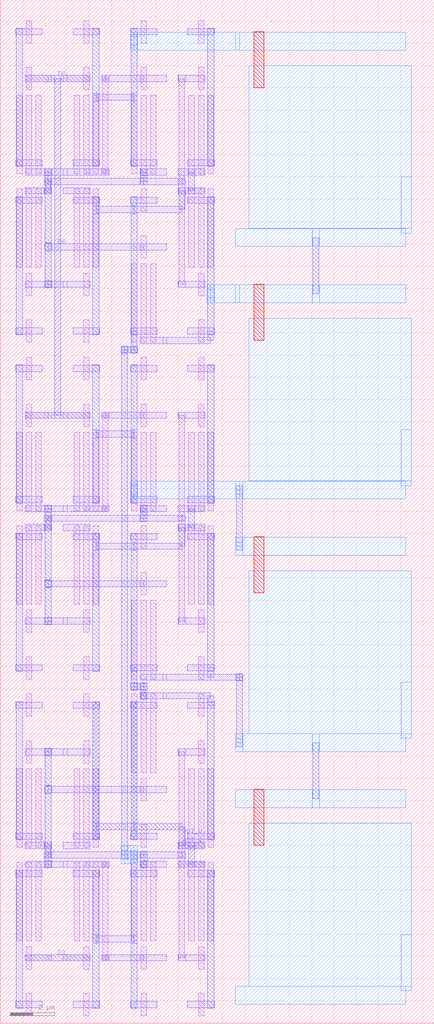
<source format=lef>
MACRO TWO_BIT_RES_DAC
  ORIGIN 0 0 ;
  FOREIGN TWO_BIT_RES_DAC 0 0 ;
  SIZE 19.51 BY 45.95 ;
  PIN D0
    DIRECTION INOUT ;
    USE SIGNAL ;
    PORT 
      LAYER M2 ;
        RECT 1.12 27.16 2.32 27.44 ;
      LAYER M2 ;
        RECT 2.84 27.16 4.04 27.44 ;
      LAYER M2 ;
        RECT 2.15 27.16 3.01 27.44 ;
      LAYER M2 ;
        RECT 1.12 42.28 2.32 42.56 ;
      LAYER M2 ;
        RECT 2.84 42.28 4.04 42.56 ;
      LAYER M2 ;
        RECT 2.15 42.28 3.01 42.56 ;
      LAYER M2 ;
        RECT 2.42 27.16 2.74 27.44 ;
      LAYER M3 ;
        RECT 2.44 27.3 2.72 42.42 ;
      LAYER M2 ;
        RECT 2.42 42.28 2.74 42.56 ;
    END
  END D0
  PIN D1
    DIRECTION INOUT ;
    USE SIGNAL ;
    PORT 
      LAYER M2 ;
        RECT 1.12 2.8 2.32 3.08 ;
      LAYER M2 ;
        RECT 2.84 2.8 4.04 3.08 ;
      LAYER M2 ;
        RECT 2.15 2.8 3.01 3.08 ;
    END
  END D1
  PIN OUT_V
    DIRECTION INOUT ;
    USE SIGNAL ;
    PORT 
      LAYER M3 ;
        RECT 4.16 8.24 4.44 14.44 ;
      LAYER M3 ;
        RECT 5.88 8.24 6.16 14.44 ;
      LAYER M2 ;
        RECT 8 7 9.2 7.28 ;
      LAYER M2 ;
        RECT 8 7.84 9.2 8.12 ;
      LAYER M2 ;
        RECT 8.44 7 8.76 7.28 ;
      LAYER M3 ;
        RECT 8.46 7.14 8.74 7.98 ;
      LAYER M2 ;
        RECT 8.44 7.84 8.76 8.12 ;
      LAYER M3 ;
        RECT 4.16 8.635 4.44 9.005 ;
      LAYER M2 ;
        RECT 4.3 8.68 6.02 8.96 ;
      LAYER M3 ;
        RECT 5.88 8.635 6.16 9.005 ;
      LAYER M2 ;
        RECT 6.02 8.68 8.17 8.96 ;
      LAYER M3 ;
        RECT 8.03 7.98 8.31 8.82 ;
      LAYER M2 ;
        RECT 8.01 7.84 8.33 8.12 ;
    END
  END OUT_V
  OBS 
  LAYER M3 ;
        RECT 4.16 38.48 4.44 44.68 ;
  LAYER M3 ;
        RECT 5.88 38.48 6.16 44.68 ;
  LAYER M3 ;
        RECT 4.16 41.395 4.44 41.765 ;
  LAYER M2 ;
        RECT 4.3 41.44 6.02 41.72 ;
  LAYER M3 ;
        RECT 5.88 41.395 6.16 41.765 ;
  LAYER M4 ;
        RECT 10.585 43.7 18.225 44.5 ;
  LAYER M3 ;
        RECT 5.88 43.915 6.16 44.285 ;
  LAYER M4 ;
        RECT 6.02 43.7 10.75 44.5 ;
  LAYER M3 ;
        RECT 5.88 43.915 6.16 44.285 ;
  LAYER M4 ;
        RECT 5.855 43.7 6.185 44.5 ;
  LAYER M3 ;
        RECT 5.88 43.915 6.16 44.285 ;
  LAYER M4 ;
        RECT 5.855 43.7 6.185 44.5 ;
  LAYER M2 ;
        RECT 6.28 30.52 7.48 30.8 ;
  LAYER M3 ;
        RECT 9.32 30.92 9.6 37.12 ;
  LAYER M2 ;
        RECT 7.31 30.52 9.46 30.8 ;
  LAYER M3 ;
        RECT 9.32 30.66 9.6 31.08 ;
  LAYER M4 ;
        RECT 10.585 32.36 18.225 33.16 ;
  LAYER M4 ;
        RECT 10.585 34.88 18.225 35.68 ;
  LAYER M4 ;
        RECT 14.025 32.36 14.355 33.16 ;
  LAYER M3 ;
        RECT 14.05 32.76 14.33 35.28 ;
  LAYER M4 ;
        RECT 14.025 34.88 14.355 35.68 ;
  LAYER M3 ;
        RECT 9.32 32.575 9.6 32.945 ;
  LAYER M4 ;
        RECT 9.46 32.36 10.75 33.16 ;
  LAYER M3 ;
        RECT 9.32 32.575 9.6 32.945 ;
  LAYER M4 ;
        RECT 9.295 32.36 9.625 33.16 ;
  LAYER M3 ;
        RECT 9.32 32.575 9.6 32.945 ;
  LAYER M4 ;
        RECT 9.295 32.36 9.625 33.16 ;
  LAYER M3 ;
        RECT 4.16 0.68 4.44 6.88 ;
  LAYER M3 ;
        RECT 5.88 0.68 6.16 6.88 ;
  LAYER M3 ;
        RECT 4.16 3.595 4.44 3.965 ;
  LAYER M2 ;
        RECT 4.3 3.64 6.02 3.92 ;
  LAYER M3 ;
        RECT 5.88 3.595 6.16 3.965 ;
  LAYER M3 ;
        RECT 4.16 30.92 4.44 37.12 ;
  LAYER M3 ;
        RECT 5.88 30.92 6.16 37.12 ;
  LAYER M2 ;
        RECT 8 37.24 9.2 37.52 ;
  LAYER M2 ;
        RECT 8 38.08 9.2 38.36 ;
  LAYER M2 ;
        RECT 8.44 37.24 8.76 37.52 ;
  LAYER M3 ;
        RECT 8.46 37.38 8.74 38.22 ;
  LAYER M2 ;
        RECT 8.44 38.08 8.76 38.36 ;
  LAYER M3 ;
        RECT 4.16 36.355 4.44 36.725 ;
  LAYER M2 ;
        RECT 4.3 36.4 6.02 36.68 ;
  LAYER M3 ;
        RECT 5.88 36.355 6.16 36.725 ;
  LAYER M2 ;
        RECT 6.02 36.4 8.17 36.68 ;
  LAYER M3 ;
        RECT 8.03 36.54 8.31 37.38 ;
  LAYER M2 ;
        RECT 8.01 37.24 8.33 37.52 ;
  LAYER M3 ;
        RECT 5.88 6.72 6.16 7.56 ;
  LAYER M4 ;
        RECT 5.59 7.16 6.02 7.96 ;
  LAYER M3 ;
        RECT 5.45 7.56 5.73 30.24 ;
  LAYER M2 ;
        RECT 5.59 30.1 6.02 30.38 ;
  LAYER M3 ;
        RECT 5.88 30.24 6.16 31.08 ;
  LAYER M2 ;
        RECT 5.43 30.1 5.75 30.38 ;
  LAYER M3 ;
        RECT 5.45 30.08 5.73 30.4 ;
  LAYER M2 ;
        RECT 5.86 30.1 6.18 30.38 ;
  LAYER M3 ;
        RECT 5.88 30.08 6.16 30.4 ;
  LAYER M3 ;
        RECT 5.45 7.375 5.73 7.745 ;
  LAYER M4 ;
        RECT 5.425 7.16 5.755 7.96 ;
  LAYER M3 ;
        RECT 5.88 7.375 6.16 7.745 ;
  LAYER M4 ;
        RECT 5.855 7.16 6.185 7.96 ;
  LAYER M2 ;
        RECT 5.43 30.1 5.75 30.38 ;
  LAYER M3 ;
        RECT 5.45 30.08 5.73 30.4 ;
  LAYER M2 ;
        RECT 5.86 30.1 6.18 30.38 ;
  LAYER M3 ;
        RECT 5.88 30.08 6.16 30.4 ;
  LAYER M3 ;
        RECT 5.45 7.375 5.73 7.745 ;
  LAYER M4 ;
        RECT 5.425 7.16 5.755 7.96 ;
  LAYER M3 ;
        RECT 5.88 7.375 6.16 7.745 ;
  LAYER M4 ;
        RECT 5.855 7.16 6.185 7.96 ;
  LAYER M3 ;
        RECT 4.16 23.36 4.44 29.56 ;
  LAYER M3 ;
        RECT 5.88 23.36 6.16 29.56 ;
  LAYER M3 ;
        RECT 4.16 26.275 4.44 26.645 ;
  LAYER M2 ;
        RECT 4.3 26.32 6.02 26.6 ;
  LAYER M3 ;
        RECT 5.88 26.275 6.16 26.645 ;
  LAYER M4 ;
        RECT 10.585 23.54 18.225 24.34 ;
  LAYER M4 ;
        RECT 10.585 21.02 18.225 21.82 ;
  LAYER M3 ;
        RECT 5.88 23.755 6.16 24.125 ;
  LAYER M4 ;
        RECT 6.02 23.54 10.75 24.34 ;
  LAYER M4 ;
        RECT 10.585 23.54 10.915 24.34 ;
  LAYER M3 ;
        RECT 10.61 21.42 10.89 23.94 ;
  LAYER M4 ;
        RECT 10.585 21.02 10.915 21.82 ;
  LAYER M3 ;
        RECT 5.88 23.755 6.16 24.125 ;
  LAYER M4 ;
        RECT 5.855 23.54 6.185 24.34 ;
  LAYER M3 ;
        RECT 5.88 23.755 6.16 24.125 ;
  LAYER M4 ;
        RECT 5.855 23.54 6.185 24.34 ;
  LAYER M3 ;
        RECT 5.88 23.755 6.16 24.125 ;
  LAYER M4 ;
        RECT 5.855 23.54 6.185 24.34 ;
  LAYER M3 ;
        RECT 10.61 21.235 10.89 21.605 ;
  LAYER M4 ;
        RECT 10.585 21.02 10.915 21.82 ;
  LAYER M3 ;
        RECT 10.61 23.755 10.89 24.125 ;
  LAYER M4 ;
        RECT 10.585 23.54 10.915 24.34 ;
  LAYER M3 ;
        RECT 5.88 23.755 6.16 24.125 ;
  LAYER M4 ;
        RECT 5.855 23.54 6.185 24.34 ;
  LAYER M3 ;
        RECT 10.61 21.235 10.89 21.605 ;
  LAYER M4 ;
        RECT 10.585 21.02 10.915 21.82 ;
  LAYER M3 ;
        RECT 10.61 23.755 10.89 24.125 ;
  LAYER M4 ;
        RECT 10.585 23.54 10.915 24.34 ;
  LAYER M2 ;
        RECT 6.28 15.4 7.48 15.68 ;
  LAYER M3 ;
        RECT 9.32 15.8 9.6 22 ;
  LAYER M2 ;
        RECT 7.31 15.4 9.46 15.68 ;
  LAYER M3 ;
        RECT 9.32 15.54 9.6 15.96 ;
  LAYER M4 ;
        RECT 10.585 9.68 18.225 10.48 ;
  LAYER M4 ;
        RECT 10.585 12.2 18.225 13 ;
  LAYER M4 ;
        RECT 14.025 9.68 14.355 10.48 ;
  LAYER M3 ;
        RECT 14.05 10.08 14.33 12.6 ;
  LAYER M4 ;
        RECT 14.025 12.2 14.355 13 ;
  LAYER M2 ;
        RECT 9.46 15.4 10.75 15.68 ;
  LAYER M3 ;
        RECT 10.61 12.6 10.89 15.54 ;
  LAYER M4 ;
        RECT 10.585 12.2 10.915 13 ;
  LAYER M2 ;
        RECT 10.59 15.4 10.91 15.68 ;
  LAYER M3 ;
        RECT 10.61 15.38 10.89 15.7 ;
  LAYER M3 ;
        RECT 10.61 12.415 10.89 12.785 ;
  LAYER M4 ;
        RECT 10.585 12.2 10.915 13 ;
  LAYER M2 ;
        RECT 10.59 15.4 10.91 15.68 ;
  LAYER M3 ;
        RECT 10.61 15.38 10.89 15.7 ;
  LAYER M3 ;
        RECT 10.61 12.415 10.89 12.785 ;
  LAYER M4 ;
        RECT 10.585 12.2 10.915 13 ;
  LAYER M3 ;
        RECT 9.32 8.24 9.6 14.44 ;
  LAYER M2 ;
        RECT 6.28 14.56 7.48 14.84 ;
  LAYER M3 ;
        RECT 9.32 14.28 9.6 14.7 ;
  LAYER M2 ;
        RECT 7.31 14.56 9.46 14.84 ;
  LAYER M3 ;
        RECT 4.16 15.8 4.44 22 ;
  LAYER M3 ;
        RECT 5.88 15.8 6.16 22 ;
  LAYER M2 ;
        RECT 8 22.12 9.2 22.4 ;
  LAYER M2 ;
        RECT 8 22.96 9.2 23.24 ;
  LAYER M2 ;
        RECT 8.44 22.12 8.76 22.4 ;
  LAYER M3 ;
        RECT 8.46 22.26 8.74 23.1 ;
  LAYER M2 ;
        RECT 8.44 22.96 8.76 23.24 ;
  LAYER M3 ;
        RECT 4.16 21.235 4.44 21.605 ;
  LAYER M2 ;
        RECT 4.3 21.28 6.02 21.56 ;
  LAYER M3 ;
        RECT 5.88 21.235 6.16 21.605 ;
  LAYER M2 ;
        RECT 6.02 21.28 8.17 21.56 ;
  LAYER M3 ;
        RECT 8.03 21.42 8.31 22.26 ;
  LAYER M2 ;
        RECT 8.01 22.12 8.33 22.4 ;
  LAYER M2 ;
        RECT 6.29 14.56 6.61 14.84 ;
  LAYER M3 ;
        RECT 6.31 14.7 6.59 15.12 ;
  LAYER M2 ;
        RECT 6.02 14.98 6.45 15.26 ;
  LAYER M3 ;
        RECT 5.88 15.12 6.16 15.96 ;
  LAYER M2 ;
        RECT 5.86 14.98 6.18 15.26 ;
  LAYER M3 ;
        RECT 5.88 14.96 6.16 15.28 ;
  LAYER M2 ;
        RECT 6.29 14.56 6.61 14.84 ;
  LAYER M3 ;
        RECT 6.31 14.54 6.59 14.86 ;
  LAYER M2 ;
        RECT 6.29 14.98 6.61 15.26 ;
  LAYER M3 ;
        RECT 6.31 14.96 6.59 15.28 ;
  LAYER M2 ;
        RECT 5.86 14.98 6.18 15.26 ;
  LAYER M3 ;
        RECT 5.88 14.96 6.16 15.28 ;
  LAYER M2 ;
        RECT 6.29 14.56 6.61 14.84 ;
  LAYER M3 ;
        RECT 6.31 14.54 6.59 14.86 ;
  LAYER M2 ;
        RECT 6.29 14.98 6.61 15.26 ;
  LAYER M3 ;
        RECT 6.31 14.96 6.59 15.28 ;
  LAYER M4 ;
        RECT 10.585 0.86 18.225 1.66 ;
  LAYER M2 ;
        RECT 1.12 37.24 2.32 37.52 ;
  LAYER M2 ;
        RECT 6.28 38.08 7.48 38.36 ;
  LAYER M2 ;
        RECT 8 33.04 9.2 33.32 ;
  LAYER M2 ;
        RECT 8 42.28 9.2 42.56 ;
  LAYER M2 ;
        RECT 8.01 33.04 8.33 33.32 ;
  LAYER M1 ;
        RECT 8.045 33.18 8.295 42.42 ;
  LAYER M2 ;
        RECT 8.01 42.28 8.33 42.56 ;
  LAYER M2 ;
        RECT 1.99 37.24 2.31 37.52 ;
  LAYER M1 ;
        RECT 2.025 37.38 2.275 37.8 ;
  LAYER M2 ;
        RECT 2.15 37.66 6.45 37.94 ;
  LAYER M3 ;
        RECT 6.31 37.8 6.59 38.22 ;
  LAYER M2 ;
        RECT 6.29 38.08 6.61 38.36 ;
  LAYER M2 ;
        RECT 6.45 37.66 8.17 37.94 ;
  LAYER M1 ;
        RECT 8.045 37.715 8.295 37.885 ;
  LAYER M1 ;
        RECT 2.025 37.295 2.275 37.465 ;
  LAYER M2 ;
        RECT 1.98 37.24 2.32 37.52 ;
  LAYER M1 ;
        RECT 2.025 37.715 2.275 37.885 ;
  LAYER M2 ;
        RECT 1.98 37.66 2.32 37.94 ;
  LAYER M2 ;
        RECT 6.29 37.66 6.61 37.94 ;
  LAYER M3 ;
        RECT 6.31 37.64 6.59 37.96 ;
  LAYER M2 ;
        RECT 6.29 38.08 6.61 38.36 ;
  LAYER M3 ;
        RECT 6.31 38.06 6.59 38.38 ;
  LAYER M1 ;
        RECT 2.025 37.295 2.275 37.465 ;
  LAYER M2 ;
        RECT 1.98 37.24 2.32 37.52 ;
  LAYER M1 ;
        RECT 2.025 37.715 2.275 37.885 ;
  LAYER M2 ;
        RECT 1.98 37.66 2.32 37.94 ;
  LAYER M2 ;
        RECT 6.29 37.66 6.61 37.94 ;
  LAYER M3 ;
        RECT 6.31 37.64 6.59 37.96 ;
  LAYER M2 ;
        RECT 6.29 38.08 6.61 38.36 ;
  LAYER M3 ;
        RECT 6.31 38.06 6.59 38.38 ;
  LAYER M1 ;
        RECT 2.025 37.295 2.275 37.465 ;
  LAYER M2 ;
        RECT 1.98 37.24 2.32 37.52 ;
  LAYER M1 ;
        RECT 2.025 37.715 2.275 37.885 ;
  LAYER M2 ;
        RECT 1.98 37.66 2.32 37.94 ;
  LAYER M1 ;
        RECT 8.045 37.715 8.295 37.885 ;
  LAYER M2 ;
        RECT 8 37.66 8.34 37.94 ;
  LAYER M2 ;
        RECT 6.29 37.66 6.61 37.94 ;
  LAYER M3 ;
        RECT 6.31 37.64 6.59 37.96 ;
  LAYER M2 ;
        RECT 6.29 38.08 6.61 38.36 ;
  LAYER M3 ;
        RECT 6.31 38.06 6.59 38.38 ;
  LAYER M1 ;
        RECT 2.025 37.295 2.275 37.465 ;
  LAYER M2 ;
        RECT 1.98 37.24 2.32 37.52 ;
  LAYER M1 ;
        RECT 2.025 37.715 2.275 37.885 ;
  LAYER M2 ;
        RECT 1.98 37.66 2.32 37.94 ;
  LAYER M1 ;
        RECT 8.045 37.715 8.295 37.885 ;
  LAYER M2 ;
        RECT 8 37.66 8.34 37.94 ;
  LAYER M2 ;
        RECT 6.29 37.66 6.61 37.94 ;
  LAYER M3 ;
        RECT 6.31 37.64 6.59 37.96 ;
  LAYER M2 ;
        RECT 6.29 38.08 6.61 38.36 ;
  LAYER M3 ;
        RECT 6.31 38.06 6.59 38.38 ;
  LAYER M2 ;
        RECT 1.12 33.04 2.32 33.32 ;
  LAYER M2 ;
        RECT 2.84 33.04 4.04 33.32 ;
  LAYER M2 ;
        RECT 1.12 38.08 2.32 38.36 ;
  LAYER M2 ;
        RECT 2.84 38.08 4.04 38.36 ;
  LAYER M2 ;
        RECT 6.28 34.72 7.48 35 ;
  LAYER M2 ;
        RECT 6.28 42.28 7.48 42.56 ;
  LAYER M2 ;
        RECT 2.15 33.04 3.01 33.32 ;
  LAYER M2 ;
        RECT 1.99 33.04 2.31 33.32 ;
  LAYER M3 ;
        RECT 2.01 33.18 2.29 38.22 ;
  LAYER M2 ;
        RECT 1.99 38.08 2.31 38.36 ;
  LAYER M2 ;
        RECT 2.15 38.08 3.01 38.36 ;
  LAYER M3 ;
        RECT 2.01 34.675 2.29 35.045 ;
  LAYER M2 ;
        RECT 2.15 34.72 6.45 35 ;
  LAYER M2 ;
        RECT 3.87 38.08 4.73 38.36 ;
  LAYER M1 ;
        RECT 4.605 38.22 4.855 42.42 ;
  LAYER M2 ;
        RECT 4.73 42.28 6.45 42.56 ;
  LAYER M2 ;
        RECT 1.99 33.04 2.31 33.32 ;
  LAYER M3 ;
        RECT 2.01 33.02 2.29 33.34 ;
  LAYER M2 ;
        RECT 1.99 38.08 2.31 38.36 ;
  LAYER M3 ;
        RECT 2.01 38.06 2.29 38.38 ;
  LAYER M2 ;
        RECT 1.99 33.04 2.31 33.32 ;
  LAYER M3 ;
        RECT 2.01 33.02 2.29 33.34 ;
  LAYER M2 ;
        RECT 1.99 38.08 2.31 38.36 ;
  LAYER M3 ;
        RECT 2.01 38.06 2.29 38.38 ;
  LAYER M2 ;
        RECT 1.99 33.04 2.31 33.32 ;
  LAYER M3 ;
        RECT 2.01 33.02 2.29 33.34 ;
  LAYER M2 ;
        RECT 1.99 38.08 2.31 38.36 ;
  LAYER M3 ;
        RECT 2.01 38.06 2.29 38.38 ;
  LAYER M2 ;
        RECT 1.99 33.04 2.31 33.32 ;
  LAYER M3 ;
        RECT 2.01 33.02 2.29 33.34 ;
  LAYER M2 ;
        RECT 1.99 38.08 2.31 38.36 ;
  LAYER M3 ;
        RECT 2.01 38.06 2.29 38.38 ;
  LAYER M2 ;
        RECT 1.99 33.04 2.31 33.32 ;
  LAYER M3 ;
        RECT 2.01 33.02 2.29 33.34 ;
  LAYER M2 ;
        RECT 1.99 34.72 2.31 35 ;
  LAYER M3 ;
        RECT 2.01 34.7 2.29 35.02 ;
  LAYER M2 ;
        RECT 1.99 38.08 2.31 38.36 ;
  LAYER M3 ;
        RECT 2.01 38.06 2.29 38.38 ;
  LAYER M2 ;
        RECT 1.99 33.04 2.31 33.32 ;
  LAYER M3 ;
        RECT 2.01 33.02 2.29 33.34 ;
  LAYER M2 ;
        RECT 1.99 34.72 2.31 35 ;
  LAYER M3 ;
        RECT 2.01 34.7 2.29 35.02 ;
  LAYER M2 ;
        RECT 1.99 38.08 2.31 38.36 ;
  LAYER M3 ;
        RECT 2.01 38.06 2.29 38.38 ;
  LAYER M1 ;
        RECT 4.605 38.135 4.855 38.305 ;
  LAYER M2 ;
        RECT 4.56 38.08 4.9 38.36 ;
  LAYER M1 ;
        RECT 4.605 42.335 4.855 42.505 ;
  LAYER M2 ;
        RECT 4.56 42.28 4.9 42.56 ;
  LAYER M2 ;
        RECT 1.99 33.04 2.31 33.32 ;
  LAYER M3 ;
        RECT 2.01 33.02 2.29 33.34 ;
  LAYER M2 ;
        RECT 1.99 34.72 2.31 35 ;
  LAYER M3 ;
        RECT 2.01 34.7 2.29 35.02 ;
  LAYER M2 ;
        RECT 1.99 38.08 2.31 38.36 ;
  LAYER M3 ;
        RECT 2.01 38.06 2.29 38.38 ;
  LAYER M1 ;
        RECT 4.605 38.135 4.855 38.305 ;
  LAYER M2 ;
        RECT 4.56 38.08 4.9 38.36 ;
  LAYER M1 ;
        RECT 4.605 42.335 4.855 42.505 ;
  LAYER M2 ;
        RECT 4.56 42.28 4.9 42.56 ;
  LAYER M2 ;
        RECT 1.99 33.04 2.31 33.32 ;
  LAYER M3 ;
        RECT 2.01 33.02 2.29 33.34 ;
  LAYER M2 ;
        RECT 1.99 34.72 2.31 35 ;
  LAYER M3 ;
        RECT 2.01 34.7 2.29 35.02 ;
  LAYER M2 ;
        RECT 1.99 38.08 2.31 38.36 ;
  LAYER M3 ;
        RECT 2.01 38.06 2.29 38.38 ;
  LAYER M1 ;
        RECT 8.905 38.135 9.155 41.665 ;
  LAYER M1 ;
        RECT 8.905 41.915 9.155 42.925 ;
  LAYER M1 ;
        RECT 8.905 44.015 9.155 45.025 ;
  LAYER M1 ;
        RECT 8.475 38.135 8.725 41.665 ;
  LAYER M1 ;
        RECT 9.335 38.135 9.585 41.665 ;
  LAYER M2 ;
        RECT 8.43 38.5 9.63 38.78 ;
  LAYER M2 ;
        RECT 8.43 44.38 9.63 44.66 ;
  LAYER M2 ;
        RECT 8 38.08 9.2 38.36 ;
  LAYER M2 ;
        RECT 8 42.28 9.2 42.56 ;
  LAYER M3 ;
        RECT 9.32 38.48 9.6 44.68 ;
  LAYER M1 ;
        RECT 8.905 33.935 9.155 37.465 ;
  LAYER M1 ;
        RECT 8.905 32.675 9.155 33.685 ;
  LAYER M1 ;
        RECT 8.905 30.575 9.155 31.585 ;
  LAYER M1 ;
        RECT 8.475 33.935 8.725 37.465 ;
  LAYER M1 ;
        RECT 9.335 33.935 9.585 37.465 ;
  LAYER M2 ;
        RECT 8.43 36.82 9.63 37.1 ;
  LAYER M2 ;
        RECT 8.43 30.94 9.63 31.22 ;
  LAYER M2 ;
        RECT 8 37.24 9.2 37.52 ;
  LAYER M2 ;
        RECT 8 33.04 9.2 33.32 ;
  LAYER M3 ;
        RECT 9.32 30.92 9.6 37.12 ;
  LAYER M1 ;
        RECT 3.745 38.135 3.995 41.665 ;
  LAYER M1 ;
        RECT 3.745 41.915 3.995 42.925 ;
  LAYER M1 ;
        RECT 3.745 44.015 3.995 45.025 ;
  LAYER M1 ;
        RECT 3.315 38.135 3.565 41.665 ;
  LAYER M1 ;
        RECT 4.175 38.135 4.425 41.665 ;
  LAYER M2 ;
        RECT 3.27 38.5 4.47 38.78 ;
  LAYER M2 ;
        RECT 3.27 44.38 4.47 44.66 ;
  LAYER M2 ;
        RECT 2.84 38.08 4.04 38.36 ;
  LAYER M2 ;
        RECT 2.84 42.28 4.04 42.56 ;
  LAYER M3 ;
        RECT 4.16 38.48 4.44 44.68 ;
  LAYER M1 ;
        RECT 6.325 38.135 6.575 41.665 ;
  LAYER M1 ;
        RECT 6.325 41.915 6.575 42.925 ;
  LAYER M1 ;
        RECT 6.325 44.015 6.575 45.025 ;
  LAYER M1 ;
        RECT 6.755 38.135 7.005 41.665 ;
  LAYER M1 ;
        RECT 5.895 38.135 6.145 41.665 ;
  LAYER M2 ;
        RECT 5.85 38.5 7.05 38.78 ;
  LAYER M2 ;
        RECT 5.85 44.38 7.05 44.66 ;
  LAYER M2 ;
        RECT 6.28 38.08 7.48 38.36 ;
  LAYER M2 ;
        RECT 6.28 42.28 7.48 42.56 ;
  LAYER M3 ;
        RECT 5.88 38.48 6.16 44.68 ;
  LAYER M1 ;
        RECT 6.325 30.575 6.575 34.105 ;
  LAYER M1 ;
        RECT 6.325 34.355 6.575 35.365 ;
  LAYER M1 ;
        RECT 6.325 36.455 6.575 37.465 ;
  LAYER M1 ;
        RECT 6.755 30.575 7.005 34.105 ;
  LAYER M1 ;
        RECT 5.895 30.575 6.145 34.105 ;
  LAYER M2 ;
        RECT 5.85 30.94 7.05 31.22 ;
  LAYER M2 ;
        RECT 5.85 36.82 7.05 37.1 ;
  LAYER M2 ;
        RECT 6.28 30.52 7.48 30.8 ;
  LAYER M2 ;
        RECT 6.28 34.72 7.48 35 ;
  LAYER M3 ;
        RECT 5.88 30.92 6.16 37.12 ;
  LAYER M1 ;
        RECT 1.165 38.135 1.415 41.665 ;
  LAYER M1 ;
        RECT 1.165 41.915 1.415 42.925 ;
  LAYER M1 ;
        RECT 1.165 44.015 1.415 45.025 ;
  LAYER M1 ;
        RECT 1.595 38.135 1.845 41.665 ;
  LAYER M1 ;
        RECT 0.735 38.135 0.985 41.665 ;
  LAYER M2 ;
        RECT 0.69 38.5 1.89 38.78 ;
  LAYER M2 ;
        RECT 0.69 44.38 1.89 44.66 ;
  LAYER M2 ;
        RECT 1.12 38.08 2.32 38.36 ;
  LAYER M2 ;
        RECT 1.12 42.28 2.32 42.56 ;
  LAYER M3 ;
        RECT 0.72 38.48 1 44.68 ;
  LAYER M1 ;
        RECT 1.165 33.935 1.415 37.465 ;
  LAYER M1 ;
        RECT 1.165 32.675 1.415 33.685 ;
  LAYER M1 ;
        RECT 1.165 30.575 1.415 31.585 ;
  LAYER M1 ;
        RECT 1.595 33.935 1.845 37.465 ;
  LAYER M1 ;
        RECT 0.735 33.935 0.985 37.465 ;
  LAYER M2 ;
        RECT 0.69 36.82 1.89 37.1 ;
  LAYER M2 ;
        RECT 0.69 30.94 1.89 31.22 ;
  LAYER M2 ;
        RECT 1.12 37.24 2.32 37.52 ;
  LAYER M2 ;
        RECT 1.12 33.04 2.32 33.32 ;
  LAYER M3 ;
        RECT 0.72 30.92 1 37.12 ;
  LAYER M1 ;
        RECT 3.745 33.935 3.995 37.465 ;
  LAYER M1 ;
        RECT 3.745 32.675 3.995 33.685 ;
  LAYER M1 ;
        RECT 3.745 30.575 3.995 31.585 ;
  LAYER M1 ;
        RECT 3.315 33.935 3.565 37.465 ;
  LAYER M1 ;
        RECT 4.175 33.935 4.425 37.465 ;
  LAYER M2 ;
        RECT 3.27 36.82 4.47 37.1 ;
  LAYER M2 ;
        RECT 3.27 30.94 4.47 31.22 ;
  LAYER M2 ;
        RECT 2.84 37.24 4.04 37.52 ;
  LAYER M2 ;
        RECT 2.84 33.04 4.04 33.32 ;
  LAYER M3 ;
        RECT 4.16 30.92 4.44 37.12 ;
  LAYER M2 ;
        RECT 1.12 22.12 2.32 22.4 ;
  LAYER M2 ;
        RECT 6.28 22.96 7.48 23.24 ;
  LAYER M2 ;
        RECT 8 17.92 9.2 18.2 ;
  LAYER M2 ;
        RECT 8 27.16 9.2 27.44 ;
  LAYER M2 ;
        RECT 8.01 17.92 8.33 18.2 ;
  LAYER M1 ;
        RECT 8.045 18.06 8.295 27.3 ;
  LAYER M2 ;
        RECT 8.01 27.16 8.33 27.44 ;
  LAYER M2 ;
        RECT 1.99 22.12 2.31 22.4 ;
  LAYER M1 ;
        RECT 2.025 22.26 2.275 22.68 ;
  LAYER M2 ;
        RECT 2.15 22.54 6.45 22.82 ;
  LAYER M3 ;
        RECT 6.31 22.68 6.59 23.1 ;
  LAYER M2 ;
        RECT 6.29 22.96 6.61 23.24 ;
  LAYER M2 ;
        RECT 6.45 22.54 8.17 22.82 ;
  LAYER M1 ;
        RECT 8.045 22.595 8.295 22.765 ;
  LAYER M1 ;
        RECT 2.025 22.175 2.275 22.345 ;
  LAYER M2 ;
        RECT 1.98 22.12 2.32 22.4 ;
  LAYER M1 ;
        RECT 2.025 22.595 2.275 22.765 ;
  LAYER M2 ;
        RECT 1.98 22.54 2.32 22.82 ;
  LAYER M2 ;
        RECT 6.29 22.54 6.61 22.82 ;
  LAYER M3 ;
        RECT 6.31 22.52 6.59 22.84 ;
  LAYER M2 ;
        RECT 6.29 22.96 6.61 23.24 ;
  LAYER M3 ;
        RECT 6.31 22.94 6.59 23.26 ;
  LAYER M1 ;
        RECT 2.025 22.175 2.275 22.345 ;
  LAYER M2 ;
        RECT 1.98 22.12 2.32 22.4 ;
  LAYER M1 ;
        RECT 2.025 22.595 2.275 22.765 ;
  LAYER M2 ;
        RECT 1.98 22.54 2.32 22.82 ;
  LAYER M2 ;
        RECT 6.29 22.54 6.61 22.82 ;
  LAYER M3 ;
        RECT 6.31 22.52 6.59 22.84 ;
  LAYER M2 ;
        RECT 6.29 22.96 6.61 23.24 ;
  LAYER M3 ;
        RECT 6.31 22.94 6.59 23.26 ;
  LAYER M1 ;
        RECT 2.025 22.175 2.275 22.345 ;
  LAYER M2 ;
        RECT 1.98 22.12 2.32 22.4 ;
  LAYER M1 ;
        RECT 2.025 22.595 2.275 22.765 ;
  LAYER M2 ;
        RECT 1.98 22.54 2.32 22.82 ;
  LAYER M1 ;
        RECT 8.045 22.595 8.295 22.765 ;
  LAYER M2 ;
        RECT 8 22.54 8.34 22.82 ;
  LAYER M2 ;
        RECT 6.29 22.54 6.61 22.82 ;
  LAYER M3 ;
        RECT 6.31 22.52 6.59 22.84 ;
  LAYER M2 ;
        RECT 6.29 22.96 6.61 23.24 ;
  LAYER M3 ;
        RECT 6.31 22.94 6.59 23.26 ;
  LAYER M1 ;
        RECT 2.025 22.175 2.275 22.345 ;
  LAYER M2 ;
        RECT 1.98 22.12 2.32 22.4 ;
  LAYER M1 ;
        RECT 2.025 22.595 2.275 22.765 ;
  LAYER M2 ;
        RECT 1.98 22.54 2.32 22.82 ;
  LAYER M1 ;
        RECT 8.045 22.595 8.295 22.765 ;
  LAYER M2 ;
        RECT 8 22.54 8.34 22.82 ;
  LAYER M2 ;
        RECT 6.29 22.54 6.61 22.82 ;
  LAYER M3 ;
        RECT 6.31 22.52 6.59 22.84 ;
  LAYER M2 ;
        RECT 6.29 22.96 6.61 23.24 ;
  LAYER M3 ;
        RECT 6.31 22.94 6.59 23.26 ;
  LAYER M2 ;
        RECT 1.12 17.92 2.32 18.2 ;
  LAYER M2 ;
        RECT 2.84 17.92 4.04 18.2 ;
  LAYER M2 ;
        RECT 1.12 22.96 2.32 23.24 ;
  LAYER M2 ;
        RECT 2.84 22.96 4.04 23.24 ;
  LAYER M2 ;
        RECT 6.28 19.6 7.48 19.88 ;
  LAYER M2 ;
        RECT 6.28 27.16 7.48 27.44 ;
  LAYER M2 ;
        RECT 2.15 17.92 3.01 18.2 ;
  LAYER M2 ;
        RECT 1.99 17.92 2.31 18.2 ;
  LAYER M3 ;
        RECT 2.01 18.06 2.29 23.1 ;
  LAYER M2 ;
        RECT 1.99 22.96 2.31 23.24 ;
  LAYER M2 ;
        RECT 2.15 22.96 3.01 23.24 ;
  LAYER M3 ;
        RECT 2.01 19.555 2.29 19.925 ;
  LAYER M2 ;
        RECT 2.15 19.6 6.45 19.88 ;
  LAYER M2 ;
        RECT 3.87 22.96 4.73 23.24 ;
  LAYER M1 ;
        RECT 4.605 23.1 4.855 27.3 ;
  LAYER M2 ;
        RECT 4.73 27.16 6.45 27.44 ;
  LAYER M2 ;
        RECT 1.99 17.92 2.31 18.2 ;
  LAYER M3 ;
        RECT 2.01 17.9 2.29 18.22 ;
  LAYER M2 ;
        RECT 1.99 22.96 2.31 23.24 ;
  LAYER M3 ;
        RECT 2.01 22.94 2.29 23.26 ;
  LAYER M2 ;
        RECT 1.99 17.92 2.31 18.2 ;
  LAYER M3 ;
        RECT 2.01 17.9 2.29 18.22 ;
  LAYER M2 ;
        RECT 1.99 22.96 2.31 23.24 ;
  LAYER M3 ;
        RECT 2.01 22.94 2.29 23.26 ;
  LAYER M2 ;
        RECT 1.99 17.92 2.31 18.2 ;
  LAYER M3 ;
        RECT 2.01 17.9 2.29 18.22 ;
  LAYER M2 ;
        RECT 1.99 22.96 2.31 23.24 ;
  LAYER M3 ;
        RECT 2.01 22.94 2.29 23.26 ;
  LAYER M2 ;
        RECT 1.99 17.92 2.31 18.2 ;
  LAYER M3 ;
        RECT 2.01 17.9 2.29 18.22 ;
  LAYER M2 ;
        RECT 1.99 22.96 2.31 23.24 ;
  LAYER M3 ;
        RECT 2.01 22.94 2.29 23.26 ;
  LAYER M2 ;
        RECT 1.99 17.92 2.31 18.2 ;
  LAYER M3 ;
        RECT 2.01 17.9 2.29 18.22 ;
  LAYER M2 ;
        RECT 1.99 19.6 2.31 19.88 ;
  LAYER M3 ;
        RECT 2.01 19.58 2.29 19.9 ;
  LAYER M2 ;
        RECT 1.99 22.96 2.31 23.24 ;
  LAYER M3 ;
        RECT 2.01 22.94 2.29 23.26 ;
  LAYER M2 ;
        RECT 1.99 17.92 2.31 18.2 ;
  LAYER M3 ;
        RECT 2.01 17.9 2.29 18.22 ;
  LAYER M2 ;
        RECT 1.99 19.6 2.31 19.88 ;
  LAYER M3 ;
        RECT 2.01 19.58 2.29 19.9 ;
  LAYER M2 ;
        RECT 1.99 22.96 2.31 23.24 ;
  LAYER M3 ;
        RECT 2.01 22.94 2.29 23.26 ;
  LAYER M1 ;
        RECT 4.605 23.015 4.855 23.185 ;
  LAYER M2 ;
        RECT 4.56 22.96 4.9 23.24 ;
  LAYER M1 ;
        RECT 4.605 27.215 4.855 27.385 ;
  LAYER M2 ;
        RECT 4.56 27.16 4.9 27.44 ;
  LAYER M2 ;
        RECT 1.99 17.92 2.31 18.2 ;
  LAYER M3 ;
        RECT 2.01 17.9 2.29 18.22 ;
  LAYER M2 ;
        RECT 1.99 19.6 2.31 19.88 ;
  LAYER M3 ;
        RECT 2.01 19.58 2.29 19.9 ;
  LAYER M2 ;
        RECT 1.99 22.96 2.31 23.24 ;
  LAYER M3 ;
        RECT 2.01 22.94 2.29 23.26 ;
  LAYER M1 ;
        RECT 4.605 23.015 4.855 23.185 ;
  LAYER M2 ;
        RECT 4.56 22.96 4.9 23.24 ;
  LAYER M1 ;
        RECT 4.605 27.215 4.855 27.385 ;
  LAYER M2 ;
        RECT 4.56 27.16 4.9 27.44 ;
  LAYER M2 ;
        RECT 1.99 17.92 2.31 18.2 ;
  LAYER M3 ;
        RECT 2.01 17.9 2.29 18.22 ;
  LAYER M2 ;
        RECT 1.99 19.6 2.31 19.88 ;
  LAYER M3 ;
        RECT 2.01 19.58 2.29 19.9 ;
  LAYER M2 ;
        RECT 1.99 22.96 2.31 23.24 ;
  LAYER M3 ;
        RECT 2.01 22.94 2.29 23.26 ;
  LAYER M1 ;
        RECT 8.905 23.015 9.155 26.545 ;
  LAYER M1 ;
        RECT 8.905 26.795 9.155 27.805 ;
  LAYER M1 ;
        RECT 8.905 28.895 9.155 29.905 ;
  LAYER M1 ;
        RECT 8.475 23.015 8.725 26.545 ;
  LAYER M1 ;
        RECT 9.335 23.015 9.585 26.545 ;
  LAYER M2 ;
        RECT 8.43 23.38 9.63 23.66 ;
  LAYER M2 ;
        RECT 8.43 29.26 9.63 29.54 ;
  LAYER M2 ;
        RECT 8 22.96 9.2 23.24 ;
  LAYER M2 ;
        RECT 8 27.16 9.2 27.44 ;
  LAYER M3 ;
        RECT 9.32 23.36 9.6 29.56 ;
  LAYER M1 ;
        RECT 8.905 18.815 9.155 22.345 ;
  LAYER M1 ;
        RECT 8.905 17.555 9.155 18.565 ;
  LAYER M1 ;
        RECT 8.905 15.455 9.155 16.465 ;
  LAYER M1 ;
        RECT 8.475 18.815 8.725 22.345 ;
  LAYER M1 ;
        RECT 9.335 18.815 9.585 22.345 ;
  LAYER M2 ;
        RECT 8.43 21.7 9.63 21.98 ;
  LAYER M2 ;
        RECT 8.43 15.82 9.63 16.1 ;
  LAYER M2 ;
        RECT 8 22.12 9.2 22.4 ;
  LAYER M2 ;
        RECT 8 17.92 9.2 18.2 ;
  LAYER M3 ;
        RECT 9.32 15.8 9.6 22 ;
  LAYER M1 ;
        RECT 3.745 23.015 3.995 26.545 ;
  LAYER M1 ;
        RECT 3.745 26.795 3.995 27.805 ;
  LAYER M1 ;
        RECT 3.745 28.895 3.995 29.905 ;
  LAYER M1 ;
        RECT 3.315 23.015 3.565 26.545 ;
  LAYER M1 ;
        RECT 4.175 23.015 4.425 26.545 ;
  LAYER M2 ;
        RECT 3.27 23.38 4.47 23.66 ;
  LAYER M2 ;
        RECT 3.27 29.26 4.47 29.54 ;
  LAYER M2 ;
        RECT 2.84 22.96 4.04 23.24 ;
  LAYER M2 ;
        RECT 2.84 27.16 4.04 27.44 ;
  LAYER M3 ;
        RECT 4.16 23.36 4.44 29.56 ;
  LAYER M1 ;
        RECT 6.325 23.015 6.575 26.545 ;
  LAYER M1 ;
        RECT 6.325 26.795 6.575 27.805 ;
  LAYER M1 ;
        RECT 6.325 28.895 6.575 29.905 ;
  LAYER M1 ;
        RECT 6.755 23.015 7.005 26.545 ;
  LAYER M1 ;
        RECT 5.895 23.015 6.145 26.545 ;
  LAYER M2 ;
        RECT 5.85 23.38 7.05 23.66 ;
  LAYER M2 ;
        RECT 5.85 29.26 7.05 29.54 ;
  LAYER M2 ;
        RECT 6.28 22.96 7.48 23.24 ;
  LAYER M2 ;
        RECT 6.28 27.16 7.48 27.44 ;
  LAYER M3 ;
        RECT 5.88 23.36 6.16 29.56 ;
  LAYER M1 ;
        RECT 6.325 15.455 6.575 18.985 ;
  LAYER M1 ;
        RECT 6.325 19.235 6.575 20.245 ;
  LAYER M1 ;
        RECT 6.325 21.335 6.575 22.345 ;
  LAYER M1 ;
        RECT 6.755 15.455 7.005 18.985 ;
  LAYER M1 ;
        RECT 5.895 15.455 6.145 18.985 ;
  LAYER M2 ;
        RECT 5.85 15.82 7.05 16.1 ;
  LAYER M2 ;
        RECT 5.85 21.7 7.05 21.98 ;
  LAYER M2 ;
        RECT 6.28 15.4 7.48 15.68 ;
  LAYER M2 ;
        RECT 6.28 19.6 7.48 19.88 ;
  LAYER M3 ;
        RECT 5.88 15.8 6.16 22 ;
  LAYER M1 ;
        RECT 1.165 23.015 1.415 26.545 ;
  LAYER M1 ;
        RECT 1.165 26.795 1.415 27.805 ;
  LAYER M1 ;
        RECT 1.165 28.895 1.415 29.905 ;
  LAYER M1 ;
        RECT 1.595 23.015 1.845 26.545 ;
  LAYER M1 ;
        RECT 0.735 23.015 0.985 26.545 ;
  LAYER M2 ;
        RECT 0.69 23.38 1.89 23.66 ;
  LAYER M2 ;
        RECT 0.69 29.26 1.89 29.54 ;
  LAYER M2 ;
        RECT 1.12 22.96 2.32 23.24 ;
  LAYER M2 ;
        RECT 1.12 27.16 2.32 27.44 ;
  LAYER M3 ;
        RECT 0.72 23.36 1 29.56 ;
  LAYER M1 ;
        RECT 1.165 18.815 1.415 22.345 ;
  LAYER M1 ;
        RECT 1.165 17.555 1.415 18.565 ;
  LAYER M1 ;
        RECT 1.165 15.455 1.415 16.465 ;
  LAYER M1 ;
        RECT 1.595 18.815 1.845 22.345 ;
  LAYER M1 ;
        RECT 0.735 18.815 0.985 22.345 ;
  LAYER M2 ;
        RECT 0.69 21.7 1.89 21.98 ;
  LAYER M2 ;
        RECT 0.69 15.82 1.89 16.1 ;
  LAYER M2 ;
        RECT 1.12 22.12 2.32 22.4 ;
  LAYER M2 ;
        RECT 1.12 17.92 2.32 18.2 ;
  LAYER M3 ;
        RECT 0.72 15.8 1 22 ;
  LAYER M1 ;
        RECT 3.745 18.815 3.995 22.345 ;
  LAYER M1 ;
        RECT 3.745 17.555 3.995 18.565 ;
  LAYER M1 ;
        RECT 3.745 15.455 3.995 16.465 ;
  LAYER M1 ;
        RECT 3.315 18.815 3.565 22.345 ;
  LAYER M1 ;
        RECT 4.175 18.815 4.425 22.345 ;
  LAYER M2 ;
        RECT 3.27 21.7 4.47 21.98 ;
  LAYER M2 ;
        RECT 3.27 15.82 4.47 16.1 ;
  LAYER M2 ;
        RECT 2.84 22.12 4.04 22.4 ;
  LAYER M2 ;
        RECT 2.84 17.92 4.04 18.2 ;
  LAYER M3 ;
        RECT 4.16 15.8 4.44 22 ;
  LAYER M2 ;
        RECT 1.12 7.84 2.32 8.12 ;
  LAYER M2 ;
        RECT 6.28 7 7.48 7.28 ;
  LAYER M2 ;
        RECT 8 2.8 9.2 3.08 ;
  LAYER M2 ;
        RECT 8 12.04 9.2 12.32 ;
  LAYER M2 ;
        RECT 8.01 2.8 8.33 3.08 ;
  LAYER M1 ;
        RECT 8.045 2.94 8.295 12.18 ;
  LAYER M2 ;
        RECT 8.01 12.04 8.33 12.32 ;
  LAYER M2 ;
        RECT 1.99 7.84 2.31 8.12 ;
  LAYER M1 ;
        RECT 2.025 7.56 2.275 7.98 ;
  LAYER M2 ;
        RECT 2.15 7.42 6.45 7.7 ;
  LAYER M3 ;
        RECT 6.31 7.14 6.59 7.56 ;
  LAYER M2 ;
        RECT 6.29 7 6.61 7.28 ;
  LAYER M2 ;
        RECT 6.45 7.42 8.17 7.7 ;
  LAYER M1 ;
        RECT 8.045 7.475 8.295 7.645 ;
  LAYER M1 ;
        RECT 2.025 7.475 2.275 7.645 ;
  LAYER M2 ;
        RECT 1.98 7.42 2.32 7.7 ;
  LAYER M1 ;
        RECT 2.025 7.895 2.275 8.065 ;
  LAYER M2 ;
        RECT 1.98 7.84 2.32 8.12 ;
  LAYER M2 ;
        RECT 6.29 7 6.61 7.28 ;
  LAYER M3 ;
        RECT 6.31 6.98 6.59 7.3 ;
  LAYER M2 ;
        RECT 6.29 7.42 6.61 7.7 ;
  LAYER M3 ;
        RECT 6.31 7.4 6.59 7.72 ;
  LAYER M1 ;
        RECT 2.025 7.475 2.275 7.645 ;
  LAYER M2 ;
        RECT 1.98 7.42 2.32 7.7 ;
  LAYER M1 ;
        RECT 2.025 7.895 2.275 8.065 ;
  LAYER M2 ;
        RECT 1.98 7.84 2.32 8.12 ;
  LAYER M2 ;
        RECT 6.29 7 6.61 7.28 ;
  LAYER M3 ;
        RECT 6.31 6.98 6.59 7.3 ;
  LAYER M2 ;
        RECT 6.29 7.42 6.61 7.7 ;
  LAYER M3 ;
        RECT 6.31 7.4 6.59 7.72 ;
  LAYER M1 ;
        RECT 2.025 7.475 2.275 7.645 ;
  LAYER M2 ;
        RECT 1.98 7.42 2.32 7.7 ;
  LAYER M1 ;
        RECT 2.025 7.895 2.275 8.065 ;
  LAYER M2 ;
        RECT 1.98 7.84 2.32 8.12 ;
  LAYER M1 ;
        RECT 8.045 7.475 8.295 7.645 ;
  LAYER M2 ;
        RECT 8 7.42 8.34 7.7 ;
  LAYER M2 ;
        RECT 6.29 7 6.61 7.28 ;
  LAYER M3 ;
        RECT 6.31 6.98 6.59 7.3 ;
  LAYER M2 ;
        RECT 6.29 7.42 6.61 7.7 ;
  LAYER M3 ;
        RECT 6.31 7.4 6.59 7.72 ;
  LAYER M1 ;
        RECT 2.025 7.475 2.275 7.645 ;
  LAYER M2 ;
        RECT 1.98 7.42 2.32 7.7 ;
  LAYER M1 ;
        RECT 2.025 7.895 2.275 8.065 ;
  LAYER M2 ;
        RECT 1.98 7.84 2.32 8.12 ;
  LAYER M1 ;
        RECT 8.045 7.475 8.295 7.645 ;
  LAYER M2 ;
        RECT 8 7.42 8.34 7.7 ;
  LAYER M2 ;
        RECT 6.29 7 6.61 7.28 ;
  LAYER M3 ;
        RECT 6.31 6.98 6.59 7.3 ;
  LAYER M2 ;
        RECT 6.29 7.42 6.61 7.7 ;
  LAYER M3 ;
        RECT 6.31 7.4 6.59 7.72 ;
  LAYER M2 ;
        RECT 1.12 7 2.32 7.28 ;
  LAYER M2 ;
        RECT 2.84 7 4.04 7.28 ;
  LAYER M2 ;
        RECT 1.12 12.04 2.32 12.32 ;
  LAYER M2 ;
        RECT 2.84 12.04 4.04 12.32 ;
  LAYER M2 ;
        RECT 6.28 10.36 7.48 10.64 ;
  LAYER M2 ;
        RECT 6.28 2.8 7.48 3.08 ;
  LAYER M2 ;
        RECT 2.15 7 3.01 7.28 ;
  LAYER M2 ;
        RECT 1.99 7 2.31 7.28 ;
  LAYER M3 ;
        RECT 2.01 7.14 2.29 12.18 ;
  LAYER M2 ;
        RECT 1.99 12.04 2.31 12.32 ;
  LAYER M2 ;
        RECT 2.15 12.04 3.01 12.32 ;
  LAYER M3 ;
        RECT 2.01 10.315 2.29 10.685 ;
  LAYER M2 ;
        RECT 2.15 10.36 6.45 10.64 ;
  LAYER M2 ;
        RECT 3.87 7 4.73 7.28 ;
  LAYER M1 ;
        RECT 4.605 2.94 4.855 7.14 ;
  LAYER M2 ;
        RECT 4.73 2.8 6.45 3.08 ;
  LAYER M2 ;
        RECT 1.99 7 2.31 7.28 ;
  LAYER M3 ;
        RECT 2.01 6.98 2.29 7.3 ;
  LAYER M2 ;
        RECT 1.99 12.04 2.31 12.32 ;
  LAYER M3 ;
        RECT 2.01 12.02 2.29 12.34 ;
  LAYER M2 ;
        RECT 1.99 7 2.31 7.28 ;
  LAYER M3 ;
        RECT 2.01 6.98 2.29 7.3 ;
  LAYER M2 ;
        RECT 1.99 12.04 2.31 12.32 ;
  LAYER M3 ;
        RECT 2.01 12.02 2.29 12.34 ;
  LAYER M2 ;
        RECT 1.99 7 2.31 7.28 ;
  LAYER M3 ;
        RECT 2.01 6.98 2.29 7.3 ;
  LAYER M2 ;
        RECT 1.99 12.04 2.31 12.32 ;
  LAYER M3 ;
        RECT 2.01 12.02 2.29 12.34 ;
  LAYER M2 ;
        RECT 1.99 7 2.31 7.28 ;
  LAYER M3 ;
        RECT 2.01 6.98 2.29 7.3 ;
  LAYER M2 ;
        RECT 1.99 12.04 2.31 12.32 ;
  LAYER M3 ;
        RECT 2.01 12.02 2.29 12.34 ;
  LAYER M2 ;
        RECT 1.99 7 2.31 7.28 ;
  LAYER M3 ;
        RECT 2.01 6.98 2.29 7.3 ;
  LAYER M2 ;
        RECT 1.99 10.36 2.31 10.64 ;
  LAYER M3 ;
        RECT 2.01 10.34 2.29 10.66 ;
  LAYER M2 ;
        RECT 1.99 12.04 2.31 12.32 ;
  LAYER M3 ;
        RECT 2.01 12.02 2.29 12.34 ;
  LAYER M2 ;
        RECT 1.99 7 2.31 7.28 ;
  LAYER M3 ;
        RECT 2.01 6.98 2.29 7.3 ;
  LAYER M2 ;
        RECT 1.99 10.36 2.31 10.64 ;
  LAYER M3 ;
        RECT 2.01 10.34 2.29 10.66 ;
  LAYER M2 ;
        RECT 1.99 12.04 2.31 12.32 ;
  LAYER M3 ;
        RECT 2.01 12.02 2.29 12.34 ;
  LAYER M1 ;
        RECT 4.605 2.855 4.855 3.025 ;
  LAYER M2 ;
        RECT 4.56 2.8 4.9 3.08 ;
  LAYER M1 ;
        RECT 4.605 7.055 4.855 7.225 ;
  LAYER M2 ;
        RECT 4.56 7 4.9 7.28 ;
  LAYER M2 ;
        RECT 1.99 7 2.31 7.28 ;
  LAYER M3 ;
        RECT 2.01 6.98 2.29 7.3 ;
  LAYER M2 ;
        RECT 1.99 10.36 2.31 10.64 ;
  LAYER M3 ;
        RECT 2.01 10.34 2.29 10.66 ;
  LAYER M2 ;
        RECT 1.99 12.04 2.31 12.32 ;
  LAYER M3 ;
        RECT 2.01 12.02 2.29 12.34 ;
  LAYER M1 ;
        RECT 4.605 2.855 4.855 3.025 ;
  LAYER M2 ;
        RECT 4.56 2.8 4.9 3.08 ;
  LAYER M1 ;
        RECT 4.605 7.055 4.855 7.225 ;
  LAYER M2 ;
        RECT 4.56 7 4.9 7.28 ;
  LAYER M2 ;
        RECT 1.99 7 2.31 7.28 ;
  LAYER M3 ;
        RECT 2.01 6.98 2.29 7.3 ;
  LAYER M2 ;
        RECT 1.99 10.36 2.31 10.64 ;
  LAYER M3 ;
        RECT 2.01 10.34 2.29 10.66 ;
  LAYER M2 ;
        RECT 1.99 12.04 2.31 12.32 ;
  LAYER M3 ;
        RECT 2.01 12.02 2.29 12.34 ;
  LAYER M1 ;
        RECT 8.905 3.695 9.155 7.225 ;
  LAYER M1 ;
        RECT 8.905 2.435 9.155 3.445 ;
  LAYER M1 ;
        RECT 8.905 0.335 9.155 1.345 ;
  LAYER M1 ;
        RECT 8.475 3.695 8.725 7.225 ;
  LAYER M1 ;
        RECT 9.335 3.695 9.585 7.225 ;
  LAYER M2 ;
        RECT 8.43 6.58 9.63 6.86 ;
  LAYER M2 ;
        RECT 8.43 0.7 9.63 0.98 ;
  LAYER M2 ;
        RECT 8 7 9.2 7.28 ;
  LAYER M2 ;
        RECT 8 2.8 9.2 3.08 ;
  LAYER M3 ;
        RECT 9.32 0.68 9.6 6.88 ;
  LAYER M1 ;
        RECT 8.905 7.895 9.155 11.425 ;
  LAYER M1 ;
        RECT 8.905 11.675 9.155 12.685 ;
  LAYER M1 ;
        RECT 8.905 13.775 9.155 14.785 ;
  LAYER M1 ;
        RECT 8.475 7.895 8.725 11.425 ;
  LAYER M1 ;
        RECT 9.335 7.895 9.585 11.425 ;
  LAYER M2 ;
        RECT 8.43 8.26 9.63 8.54 ;
  LAYER M2 ;
        RECT 8.43 14.14 9.63 14.42 ;
  LAYER M2 ;
        RECT 8 7.84 9.2 8.12 ;
  LAYER M2 ;
        RECT 8 12.04 9.2 12.32 ;
  LAYER M3 ;
        RECT 9.32 8.24 9.6 14.44 ;
  LAYER M1 ;
        RECT 3.745 3.695 3.995 7.225 ;
  LAYER M1 ;
        RECT 3.745 2.435 3.995 3.445 ;
  LAYER M1 ;
        RECT 3.745 0.335 3.995 1.345 ;
  LAYER M1 ;
        RECT 3.315 3.695 3.565 7.225 ;
  LAYER M1 ;
        RECT 4.175 3.695 4.425 7.225 ;
  LAYER M2 ;
        RECT 3.27 6.58 4.47 6.86 ;
  LAYER M2 ;
        RECT 3.27 0.7 4.47 0.98 ;
  LAYER M2 ;
        RECT 2.84 7 4.04 7.28 ;
  LAYER M2 ;
        RECT 2.84 2.8 4.04 3.08 ;
  LAYER M3 ;
        RECT 4.16 0.68 4.44 6.88 ;
  LAYER M1 ;
        RECT 6.325 3.695 6.575 7.225 ;
  LAYER M1 ;
        RECT 6.325 2.435 6.575 3.445 ;
  LAYER M1 ;
        RECT 6.325 0.335 6.575 1.345 ;
  LAYER M1 ;
        RECT 6.755 3.695 7.005 7.225 ;
  LAYER M1 ;
        RECT 5.895 3.695 6.145 7.225 ;
  LAYER M2 ;
        RECT 5.85 6.58 7.05 6.86 ;
  LAYER M2 ;
        RECT 5.85 0.7 7.05 0.98 ;
  LAYER M2 ;
        RECT 6.28 7 7.48 7.28 ;
  LAYER M2 ;
        RECT 6.28 2.8 7.48 3.08 ;
  LAYER M3 ;
        RECT 5.88 0.68 6.16 6.88 ;
  LAYER M1 ;
        RECT 6.325 11.255 6.575 14.785 ;
  LAYER M1 ;
        RECT 6.325 9.995 6.575 11.005 ;
  LAYER M1 ;
        RECT 6.325 7.895 6.575 8.905 ;
  LAYER M1 ;
        RECT 6.755 11.255 7.005 14.785 ;
  LAYER M1 ;
        RECT 5.895 11.255 6.145 14.785 ;
  LAYER M2 ;
        RECT 5.85 14.14 7.05 14.42 ;
  LAYER M2 ;
        RECT 5.85 8.26 7.05 8.54 ;
  LAYER M2 ;
        RECT 6.28 14.56 7.48 14.84 ;
  LAYER M2 ;
        RECT 6.28 10.36 7.48 10.64 ;
  LAYER M3 ;
        RECT 5.88 8.24 6.16 14.44 ;
  LAYER M1 ;
        RECT 1.165 3.695 1.415 7.225 ;
  LAYER M1 ;
        RECT 1.165 2.435 1.415 3.445 ;
  LAYER M1 ;
        RECT 1.165 0.335 1.415 1.345 ;
  LAYER M1 ;
        RECT 1.595 3.695 1.845 7.225 ;
  LAYER M1 ;
        RECT 0.735 3.695 0.985 7.225 ;
  LAYER M2 ;
        RECT 0.69 6.58 1.89 6.86 ;
  LAYER M2 ;
        RECT 0.69 0.7 1.89 0.98 ;
  LAYER M2 ;
        RECT 1.12 7 2.32 7.28 ;
  LAYER M2 ;
        RECT 1.12 2.8 2.32 3.08 ;
  LAYER M3 ;
        RECT 0.72 0.68 1 6.88 ;
  LAYER M1 ;
        RECT 1.165 7.895 1.415 11.425 ;
  LAYER M1 ;
        RECT 1.165 11.675 1.415 12.685 ;
  LAYER M1 ;
        RECT 1.165 13.775 1.415 14.785 ;
  LAYER M1 ;
        RECT 1.595 7.895 1.845 11.425 ;
  LAYER M1 ;
        RECT 0.735 7.895 0.985 11.425 ;
  LAYER M2 ;
        RECT 0.69 8.26 1.89 8.54 ;
  LAYER M2 ;
        RECT 0.69 14.14 1.89 14.42 ;
  LAYER M2 ;
        RECT 1.12 7.84 2.32 8.12 ;
  LAYER M2 ;
        RECT 1.12 12.04 2.32 12.32 ;
  LAYER M3 ;
        RECT 0.72 8.24 1 14.44 ;
  LAYER M1 ;
        RECT 3.745 7.895 3.995 11.425 ;
  LAYER M1 ;
        RECT 3.745 11.675 3.995 12.685 ;
  LAYER M1 ;
        RECT 3.745 13.775 3.995 14.785 ;
  LAYER M1 ;
        RECT 3.315 7.895 3.565 11.425 ;
  LAYER M1 ;
        RECT 4.175 7.895 4.425 11.425 ;
  LAYER M2 ;
        RECT 3.27 8.26 4.47 8.54 ;
  LAYER M2 ;
        RECT 3.27 14.14 4.47 14.42 ;
  LAYER M2 ;
        RECT 2.84 7.84 4.04 8.12 ;
  LAYER M2 ;
        RECT 2.84 12.04 4.04 12.32 ;
  LAYER M3 ;
        RECT 4.16 8.24 4.44 14.44 ;
  LAYER M4 ;
        RECT 11.18 1.67 18.48 8.97 ;
  LAYER M4 ;
        RECT 18.03 1.46 18.48 3.98 ;
  LAYER M5 ;
        RECT 11.405 7.99 11.855 10.51 ;
  LAYER M4 ;
        RECT 10.585 9.68 18.225 10.48 ;
  LAYER M4 ;
        RECT 10.585 0.86 18.225 1.66 ;
  LAYER M4 ;
        RECT 11.18 13.01 18.48 20.31 ;
  LAYER M4 ;
        RECT 18.03 12.8 18.48 15.32 ;
  LAYER M5 ;
        RECT 11.405 19.33 11.855 21.85 ;
  LAYER M4 ;
        RECT 10.585 21.02 18.225 21.82 ;
  LAYER M4 ;
        RECT 10.585 12.2 18.225 13 ;
  LAYER M4 ;
        RECT 11.18 24.35 18.48 31.65 ;
  LAYER M4 ;
        RECT 18.03 24.14 18.48 26.66 ;
  LAYER M5 ;
        RECT 11.405 30.67 11.855 33.19 ;
  LAYER M4 ;
        RECT 10.585 32.36 18.225 33.16 ;
  LAYER M4 ;
        RECT 10.585 23.54 18.225 24.34 ;
  LAYER M4 ;
        RECT 11.18 35.69 18.48 42.99 ;
  LAYER M4 ;
        RECT 18.03 35.48 18.48 38 ;
  LAYER M5 ;
        RECT 11.405 42.01 11.855 44.53 ;
  LAYER M4 ;
        RECT 10.585 43.7 18.225 44.5 ;
  LAYER M4 ;
        RECT 10.585 34.88 18.225 35.68 ;
  END 
END TWO_BIT_RES_DAC

</source>
